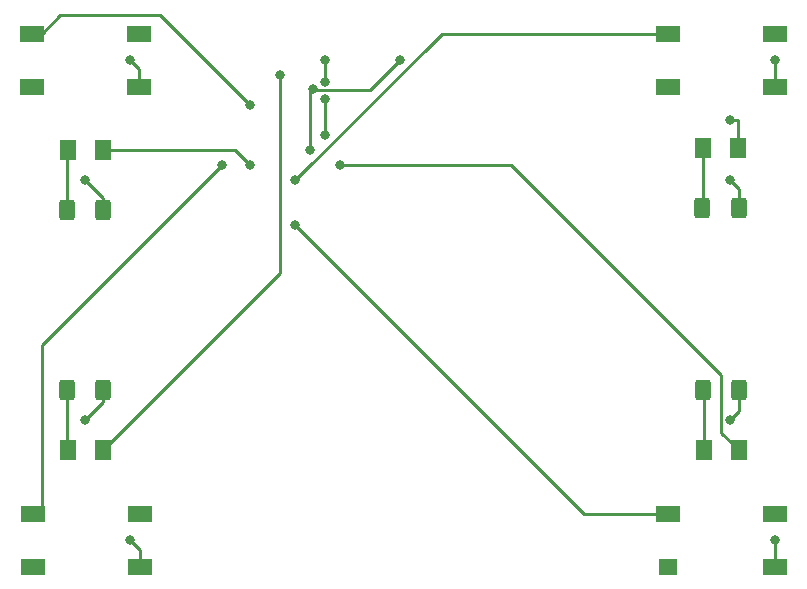
<source format=gbr>
%TF.GenerationSoftware,KiCad,Pcbnew,(6.0.0)*%
%TF.CreationDate,2022-03-26T12:46:50-04:00*%
%TF.ProjectId,old,6f6c642e-6b69-4636-9164-5f7063625858,rev?*%
%TF.SameCoordinates,Original*%
%TF.FileFunction,Copper,L1,Top*%
%TF.FilePolarity,Positive*%
%FSLAX46Y46*%
G04 Gerber Fmt 4.6, Leading zero omitted, Abs format (unit mm)*
G04 Created by KiCad (PCBNEW (6.0.0)) date 2022-03-26 12:46:50*
%MOMM*%
%LPD*%
G01*
G04 APERTURE LIST*
G04 Aperture macros list*
%AMRoundRect*
0 Rectangle with rounded corners*
0 $1 Rounding radius*
0 $2 $3 $4 $5 $6 $7 $8 $9 X,Y pos of 4 corners*
0 Add a 4 corners polygon primitive as box body*
4,1,4,$2,$3,$4,$5,$6,$7,$8,$9,$2,$3,0*
0 Add four circle primitives for the rounded corners*
1,1,$1+$1,$2,$3*
1,1,$1+$1,$4,$5*
1,1,$1+$1,$6,$7*
1,1,$1+$1,$8,$9*
0 Add four rect primitives between the rounded corners*
20,1,$1+$1,$2,$3,$4,$5,0*
20,1,$1+$1,$4,$5,$6,$7,0*
20,1,$1+$1,$6,$7,$8,$9,0*
20,1,$1+$1,$8,$9,$2,$3,0*%
G04 Aperture macros list end*
%TA.AperFunction,SMDPad,CuDef*%
%ADD10R,2.100000X1.400000*%
%TD*%
%TA.AperFunction,SMDPad,CuDef*%
%ADD11R,1.580000X1.400000*%
%TD*%
%TA.AperFunction,SMDPad,CuDef*%
%ADD12RoundRect,0.250000X-0.400000X-0.625000X0.400000X-0.625000X0.400000X0.625000X-0.400000X0.625000X0*%
%TD*%
%TA.AperFunction,SMDPad,CuDef*%
%ADD13RoundRect,0.250001X-0.462499X-0.624999X0.462499X-0.624999X0.462499X0.624999X-0.462499X0.624999X0*%
%TD*%
%TA.AperFunction,SMDPad,CuDef*%
%ADD14RoundRect,0.250000X0.400000X0.625000X-0.400000X0.625000X-0.400000X-0.625000X0.400000X-0.625000X0*%
%TD*%
%TA.AperFunction,ViaPad*%
%ADD15C,0.800000*%
%TD*%
%TA.AperFunction,Conductor*%
%ADD16C,0.250000*%
%TD*%
G04 APERTURE END LIST*
D10*
%TO.P,SW3,4,2*%
%TO.N,GND*%
X177797500Y-120360000D03*
D11*
%TO.P,SW3,3*%
%TO.N,N/C*%
X168697500Y-120360000D03*
D10*
%TO.P,SW3,2*%
X177797500Y-115860000D03*
%TO.P,SW3,1,1*%
%TO.N,Net-(SW3-Pad1)*%
X168697500Y-115860000D03*
%TD*%
%TO.P,SW4,1,1*%
%TO.N,Net-(SW4-Pad1)*%
X114916750Y-115860000D03*
%TO.P,SW4,2*%
%TO.N,N/C*%
X124016750Y-115860000D03*
%TO.P,SW4,3*%
X114916750Y-120360000D03*
%TO.P,SW4,4,2*%
%TO.N,GND*%
X124016750Y-120360000D03*
%TD*%
%TO.P,SW2,1,1*%
%TO.N,Net-(SW2-Pad1)*%
X168697500Y-75220000D03*
%TO.P,SW2,2*%
%TO.N,N/C*%
X177797500Y-75220000D03*
%TO.P,SW2,3*%
X168697500Y-79720000D03*
%TO.P,SW2,4,2*%
%TO.N,GND*%
X177797500Y-79720000D03*
%TD*%
%TO.P,SW1,1,1*%
%TO.N,Net-(SW1-Pad1)*%
X114830000Y-75220000D03*
%TO.P,SW1,2*%
%TO.N,N/C*%
X123930000Y-75220000D03*
%TO.P,SW1,3*%
X114830000Y-79720000D03*
%TO.P,SW1,4,2*%
%TO.N,GND*%
X123930000Y-79720000D03*
%TD*%
D12*
%TO.P,R5,1*%
%TO.N,Net-(D4-Pad1)*%
X117807500Y-90170000D03*
%TO.P,R5,2*%
%TO.N,GND*%
X120907500Y-90170000D03*
%TD*%
%TO.P,R4,2*%
%TO.N,GND*%
X174719000Y-90001000D03*
%TO.P,R4,1*%
%TO.N,Net-(D3-Pad1)*%
X171619000Y-90001000D03*
%TD*%
D13*
%TO.P,D3,2,A*%
%TO.N,Net-(D3-Pad2)*%
X174679000Y-84921000D03*
%TO.P,D3,1,K*%
%TO.N,Net-(D3-Pad1)*%
X171704000Y-84921000D03*
%TD*%
%TO.P,D4,1,K*%
%TO.N,Net-(D4-Pad1)*%
X117892500Y-85090000D03*
%TO.P,D4,2,A*%
%TO.N,Net-(D4-Pad2)*%
X120867500Y-85090000D03*
%TD*%
D12*
%TO.P,R3,1*%
%TO.N,Net-(D2-Pad1)*%
X171652000Y-105410000D03*
%TO.P,R3,2*%
%TO.N,GND*%
X174752000Y-105410000D03*
%TD*%
D14*
%TO.P,R2,1*%
%TO.N,GND*%
X120907500Y-105410000D03*
%TO.P,R2,2*%
%TO.N,Net-(D1-Pad1)*%
X117807500Y-105410000D03*
%TD*%
D13*
%TO.P,D2,1,K*%
%TO.N,Net-(D2-Pad1)*%
X171737000Y-110490000D03*
%TO.P,D2,2,A*%
%TO.N,Net-(D2-Pad2)*%
X174712000Y-110490000D03*
%TD*%
%TO.P,D1,1,K*%
%TO.N,Net-(D1-Pad1)*%
X117892500Y-110490000D03*
%TO.P,D1,2,A*%
%TO.N,Net-(D1-Pad2)*%
X120867500Y-110490000D03*
%TD*%
D15*
%TO.N,VCC*%
X146050000Y-77470000D03*
%TO.N,Net-(D3-Pad2)*%
X173990000Y-82550000D03*
%TO.N,GND*%
X177800000Y-77470000D03*
X123190000Y-118110000D03*
X177800000Y-118110000D03*
X173990000Y-107950000D03*
X119380000Y-107950000D03*
X123190000Y-77470000D03*
X173990000Y-87630000D03*
X119380000Y-87630000D03*
%TO.N,Net-(D1-Pad2)*%
X135847998Y-78740000D03*
%TO.N,Net-(D2-Pad2)*%
X139700000Y-83820000D03*
X139700000Y-80734500D03*
X139700000Y-79285500D03*
X140970000Y-86360000D03*
X139700000Y-77470000D03*
%TO.N,Net-(D4-Pad2)*%
X133350000Y-86360000D03*
%TO.N,VCC*%
X138430000Y-85090000D03*
X138617345Y-79948776D03*
%TO.N,Net-(SW1-Pad1)*%
X133350000Y-81280000D03*
%TO.N,Net-(SW2-Pad1)*%
X137160000Y-87630000D03*
%TO.N,Net-(SW3-Pad1)*%
X137160000Y-91440000D03*
%TO.N,Net-(SW4-Pad1)*%
X130922000Y-86360000D03*
%TD*%
D16*
%TO.N,VCC*%
X138678569Y-80010000D02*
X143510000Y-80010000D01*
X143510000Y-80010000D02*
X146050000Y-77470000D01*
X138617345Y-79948776D02*
X138678569Y-80010000D01*
%TO.N,Net-(D3-Pad2)*%
X174625000Y-82550000D02*
X173990000Y-82550000D01*
X174625000Y-84867000D02*
X174625000Y-82550000D01*
X174679000Y-84921000D02*
X174625000Y-84867000D01*
%TO.N,Net-(SW1-Pad1)*%
X125730000Y-73660000D02*
X133350000Y-81280000D01*
X115707500Y-75220000D02*
X117267500Y-73660000D01*
X117267500Y-73660000D02*
X125730000Y-73660000D01*
%TO.N,GND*%
X123930000Y-78210000D02*
X123190000Y-77470000D01*
X123930000Y-79720000D02*
X123930000Y-78210000D01*
X124016750Y-118936750D02*
X123190000Y-118110000D01*
X124016750Y-120360000D02*
X124016750Y-118936750D01*
X177797500Y-118112500D02*
X177800000Y-118110000D01*
X177797500Y-120360000D02*
X177797500Y-118112500D01*
X174752000Y-107188000D02*
X173990000Y-107950000D01*
X174752000Y-105410000D02*
X174752000Y-107188000D01*
X174719000Y-88359000D02*
X173990000Y-87630000D01*
X174719000Y-90001000D02*
X174719000Y-88359000D01*
X177797500Y-77472500D02*
X177800000Y-77470000D01*
X177797500Y-79720000D02*
X177797500Y-77472500D01*
X120907500Y-106422500D02*
X119380000Y-107950000D01*
X120907500Y-105410000D02*
X120907500Y-106422500D01*
X120907500Y-89157500D02*
X119380000Y-87630000D01*
X120907500Y-90170000D02*
X120907500Y-89157500D01*
%TO.N,Net-(D2-Pad2)*%
X155444500Y-86360000D02*
X173224500Y-104140000D01*
X173224500Y-109002500D02*
X174712000Y-110490000D01*
X140970000Y-86360000D02*
X155444500Y-86360000D01*
X173224500Y-104140000D02*
X173224500Y-109002500D01*
%TO.N,Net-(SW4-Pad1)*%
X115707500Y-101574500D02*
X130922000Y-86360000D01*
X115707500Y-115860000D02*
X115707500Y-101574500D01*
%TO.N,Net-(D1-Pad1)*%
X117807500Y-110405000D02*
X117892500Y-110490000D01*
X117807500Y-105410000D02*
X117807500Y-110405000D01*
%TO.N,Net-(D1-Pad2)*%
X135847998Y-95509502D02*
X135847998Y-78740000D01*
X120867500Y-110490000D02*
X135847998Y-95509502D01*
%TO.N,Net-(D2-Pad1)*%
X171737000Y-105495000D02*
X171652000Y-105410000D01*
X171737000Y-110490000D02*
X171737000Y-105495000D01*
%TO.N,Net-(D2-Pad2)*%
X139700000Y-77470000D02*
X139700000Y-79285500D01*
X139700000Y-80734500D02*
X139700000Y-83820000D01*
%TO.N,Net-(D3-Pad1)*%
X171704000Y-84921000D02*
X171704000Y-89916000D01*
X171704000Y-89916000D02*
X171619000Y-90001000D01*
%TO.N,Net-(D4-Pad1)*%
X117807500Y-85175000D02*
X117892500Y-85090000D01*
X117807500Y-90170000D02*
X117807500Y-85175000D01*
%TO.N,Net-(D4-Pad2)*%
X132080000Y-85090000D02*
X133350000Y-86360000D01*
X120867500Y-85090000D02*
X132080000Y-85090000D01*
%TO.N,VCC*%
X138617345Y-79948776D02*
X138430000Y-80136121D01*
X138430000Y-80136121D02*
X138430000Y-85090000D01*
%TO.N,Net-(SW2-Pad1)*%
X169047500Y-75220000D02*
X149570000Y-75220000D01*
X149570000Y-75220000D02*
X137160000Y-87630000D01*
%TO.N,Net-(SW3-Pad1)*%
X169047500Y-115860000D02*
X161580000Y-115860000D01*
X161580000Y-115860000D02*
X137160000Y-91440000D01*
%TD*%
M02*

</source>
